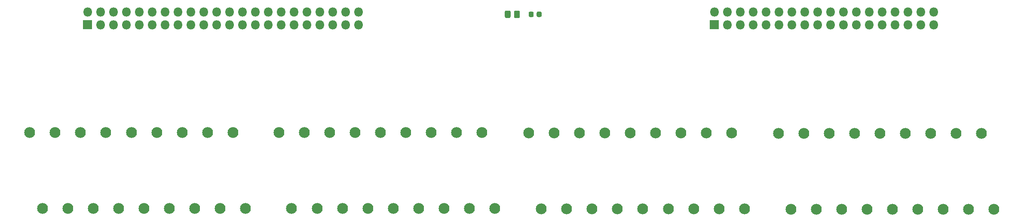
<source format=gts>
G04 #@! TF.GenerationSoftware,KiCad,Pcbnew,5.1.10*
G04 #@! TF.CreationDate,2021-06-21T08:13:57-04:00*
G04 #@! TF.ProjectId,EVE-PCB-V4,4556452d-5043-4422-9d56-342e6b696361,rev?*
G04 #@! TF.SameCoordinates,Original*
G04 #@! TF.FileFunction,Soldermask,Top*
G04 #@! TF.FilePolarity,Negative*
%FSLAX46Y46*%
G04 Gerber Fmt 4.6, Leading zero omitted, Abs format (unit mm)*
G04 Created by KiCad (PCBNEW 5.1.10) date 2021-06-21 08:13:57*
%MOMM*%
%LPD*%
G01*
G04 APERTURE LIST*
%ADD10O,1.802000X1.802000*%
%ADD11C,2.134000*%
G04 APERTURE END LIST*
G36*
G01*
X190689600Y-68490400D02*
X188989600Y-68490400D01*
G75*
G02*
X188938600Y-68439400I0J51000D01*
G01*
X188938600Y-66739400D01*
G75*
G02*
X188989600Y-66688400I51000J0D01*
G01*
X190689600Y-66688400D01*
G75*
G02*
X190740600Y-66739400I0J-51000D01*
G01*
X190740600Y-68439400D01*
G75*
G02*
X190689600Y-68490400I-51000J0D01*
G01*
G37*
D10*
X189839600Y-65049400D03*
X192379600Y-67589400D03*
X192379600Y-65049400D03*
X194919600Y-67589400D03*
X194919600Y-65049400D03*
X197459600Y-67589400D03*
X197459600Y-65049400D03*
X199999600Y-67589400D03*
X199999600Y-65049400D03*
X202539600Y-67589400D03*
X202539600Y-65049400D03*
X205079600Y-67589400D03*
X205079600Y-65049400D03*
X207619600Y-67589400D03*
X207619600Y-65049400D03*
X210159600Y-67589400D03*
X210159600Y-65049400D03*
X212699600Y-67589400D03*
X212699600Y-65049400D03*
X215239600Y-67589400D03*
X215239600Y-65049400D03*
X217779600Y-67589400D03*
X217779600Y-65049400D03*
X220319600Y-67589400D03*
X220319600Y-65049400D03*
X222859600Y-67589400D03*
X222859600Y-65049400D03*
X225399600Y-67589400D03*
X225399600Y-65049400D03*
X227939600Y-67589400D03*
X227939600Y-65049400D03*
X230479600Y-67589400D03*
X230479600Y-65049400D03*
X233019600Y-67589400D03*
X233019600Y-65049400D03*
G36*
G01*
X67245600Y-68490400D02*
X65545600Y-68490400D01*
G75*
G02*
X65494600Y-68439400I0J51000D01*
G01*
X65494600Y-66739400D01*
G75*
G02*
X65545600Y-66688400I51000J0D01*
G01*
X67245600Y-66688400D01*
G75*
G02*
X67296600Y-66739400I0J-51000D01*
G01*
X67296600Y-68439400D01*
G75*
G02*
X67245600Y-68490400I-51000J0D01*
G01*
G37*
X66395600Y-65049400D03*
X68935600Y-67589400D03*
X68935600Y-65049400D03*
X71475600Y-67589400D03*
X71475600Y-65049400D03*
X74015600Y-67589400D03*
X74015600Y-65049400D03*
X76555600Y-67589400D03*
X76555600Y-65049400D03*
X79095600Y-67589400D03*
X79095600Y-65049400D03*
X81635600Y-67589400D03*
X81635600Y-65049400D03*
X84175600Y-67589400D03*
X84175600Y-65049400D03*
X86715600Y-67589400D03*
X86715600Y-65049400D03*
X89255600Y-67589400D03*
X89255600Y-65049400D03*
X91795600Y-67589400D03*
X91795600Y-65049400D03*
X94335600Y-67589400D03*
X94335600Y-65049400D03*
X96875600Y-67589400D03*
X96875600Y-65049400D03*
X99415600Y-67589400D03*
X99415600Y-65049400D03*
X101955600Y-67589400D03*
X101955600Y-65049400D03*
X104495600Y-67589400D03*
X104495600Y-65049400D03*
X107035600Y-67589400D03*
X107035600Y-65049400D03*
X109575600Y-67589400D03*
X109575600Y-65049400D03*
X112115600Y-67589400D03*
X112115600Y-65049400D03*
X114655600Y-67589400D03*
X114655600Y-65049400D03*
X117195600Y-67589400D03*
X117195600Y-65049400D03*
X119735600Y-67589400D03*
X119735600Y-65049400D03*
D11*
X97505601Y-103886000D03*
X95005601Y-88886000D03*
X92505601Y-103886000D03*
X90005601Y-88886000D03*
X87505601Y-103886000D03*
X85005601Y-88886000D03*
X82505601Y-103886000D03*
X80005601Y-88886000D03*
X77505601Y-103886000D03*
X75005601Y-88886000D03*
X72505600Y-103886000D03*
X70005600Y-88886000D03*
X67505600Y-103886000D03*
X65005600Y-88886000D03*
X62505600Y-103886000D03*
X60005600Y-88886000D03*
X57505600Y-103886000D03*
X55005600Y-88886000D03*
X195752801Y-103936800D03*
X193252801Y-88936800D03*
X190752801Y-103936800D03*
X188252801Y-88936800D03*
X185752801Y-103936800D03*
X183252801Y-88936800D03*
X180752801Y-103936800D03*
X178252801Y-88936800D03*
X175752801Y-103936800D03*
X173252801Y-88936800D03*
X170752800Y-103936800D03*
X168252800Y-88936800D03*
X165752800Y-103936800D03*
X163252800Y-88936800D03*
X160752800Y-103936800D03*
X158252800Y-88936800D03*
X155752800Y-103936800D03*
X153252800Y-88936800D03*
X104078400Y-88886000D03*
X106578400Y-103886000D03*
X109078400Y-88886000D03*
X111578400Y-103886000D03*
X114078400Y-88886000D03*
X116578400Y-103886000D03*
X119078400Y-88886000D03*
X121578400Y-103886000D03*
X124078401Y-88886000D03*
X126578401Y-103886000D03*
X129078401Y-88886000D03*
X131578401Y-103886000D03*
X134078401Y-88886000D03*
X136578401Y-103886000D03*
X139078401Y-88886000D03*
X141578401Y-103886000D03*
X144078401Y-88886000D03*
X146578401Y-103886000D03*
X202427200Y-89038400D03*
X204927200Y-104038400D03*
X207427200Y-89038400D03*
X209927200Y-104038400D03*
X212427200Y-89038400D03*
X214927200Y-104038400D03*
X217427200Y-89038400D03*
X219927200Y-104038400D03*
X222427201Y-89038400D03*
X224927201Y-104038400D03*
X227427201Y-89038400D03*
X229927201Y-104038400D03*
X232427201Y-89038400D03*
X234927201Y-104038400D03*
X237427201Y-89038400D03*
X239927201Y-104038400D03*
X242427201Y-89038400D03*
X244927201Y-104038400D03*
G36*
G01*
X153257600Y-65813750D02*
X153257600Y-65250250D01*
G75*
G02*
X153501850Y-65006000I244250J0D01*
G01*
X153990350Y-65006000D01*
G75*
G02*
X154234600Y-65250250I0J-244250D01*
G01*
X154234600Y-65813750D01*
G75*
G02*
X153990350Y-66058000I-244250J0D01*
G01*
X153501850Y-66058000D01*
G75*
G02*
X153257600Y-65813750I0J244250D01*
G01*
G37*
G36*
G01*
X154832600Y-65813750D02*
X154832600Y-65250250D01*
G75*
G02*
X155076850Y-65006000I244250J0D01*
G01*
X155565350Y-65006000D01*
G75*
G02*
X155809600Y-65250250I0J-244250D01*
G01*
X155809600Y-65813750D01*
G75*
G02*
X155565350Y-66058000I-244250J0D01*
G01*
X155076850Y-66058000D01*
G75*
G02*
X154832600Y-65813750I0J244250D01*
G01*
G37*
G36*
G01*
X151517001Y-65065677D02*
X151517001Y-66017925D01*
G75*
G02*
X151242125Y-66292801I-274876J0D01*
G01*
X150664877Y-66292801D01*
G75*
G02*
X150390001Y-66017925I0J274876D01*
G01*
X150390001Y-65065677D01*
G75*
G02*
X150664877Y-64790801I274876J0D01*
G01*
X151242125Y-64790801D01*
G75*
G02*
X151517001Y-65065677I0J-274876D01*
G01*
G37*
G36*
G01*
X149692001Y-65065677D02*
X149692001Y-66017925D01*
G75*
G02*
X149417125Y-66292801I-274876J0D01*
G01*
X148839877Y-66292801D01*
G75*
G02*
X148565001Y-66017925I0J274876D01*
G01*
X148565001Y-65065677D01*
G75*
G02*
X148839877Y-64790801I274876J0D01*
G01*
X149417125Y-64790801D01*
G75*
G02*
X149692001Y-65065677I0J-274876D01*
G01*
G37*
M02*

</source>
